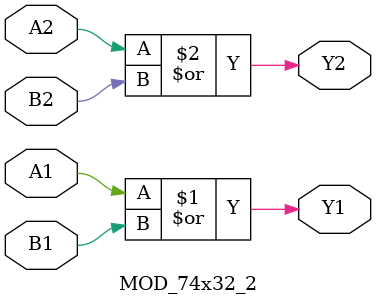
<source format=v>
module MOD_74x32_2 (
    input A1,
    input B1,
    input A2,
    input B2,
    output Y1,
    output Y2);

assign Y1 = A1 | B1;
assign Y2 = A2 | B2;

endmodule
</source>
